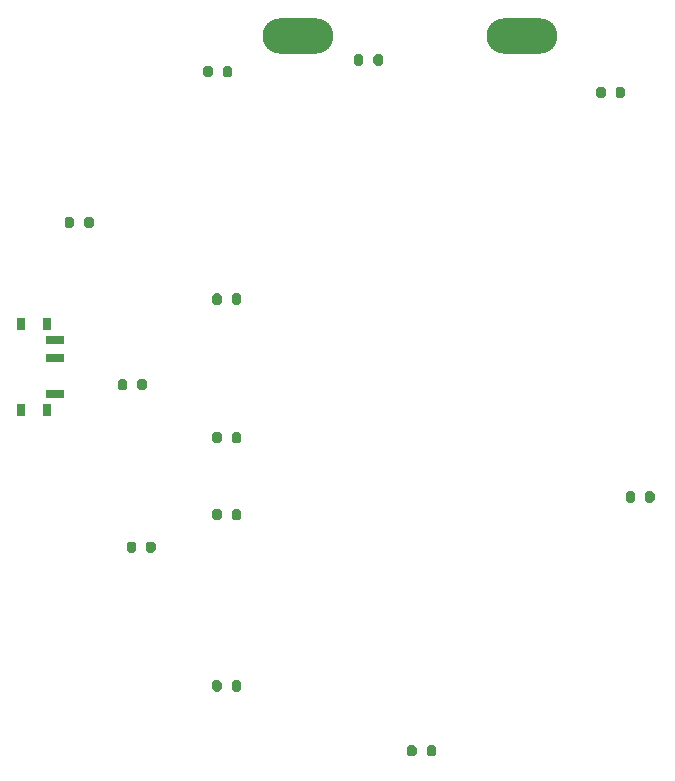
<source format=gbr>
%TF.GenerationSoftware,KiCad,Pcbnew,(5.1.10)-1*%
%TF.CreationDate,2021-10-20T07:52:33+02:00*%
%TF.ProjectId,TVZ_kuglica,54565a5f-6b75-4676-9c69-63612e6b6963,rev?*%
%TF.SameCoordinates,Original*%
%TF.FileFunction,Paste,Bot*%
%TF.FilePolarity,Positive*%
%FSLAX46Y46*%
G04 Gerber Fmt 4.6, Leading zero omitted, Abs format (unit mm)*
G04 Created by KiCad (PCBNEW (5.1.10)-1) date 2021-10-20 07:52:33*
%MOMM*%
%LPD*%
G01*
G04 APERTURE LIST*
%ADD10O,6.000000X3.000000*%
%ADD11R,1.500000X0.700000*%
%ADD12R,0.800000X1.000000*%
G04 APERTURE END LIST*
D10*
%TO.C,BT1*%
X126500000Y-71750000D03*
X145500000Y-71750000D03*
%TD*%
D11*
%TO.C,SW1*%
X105930000Y-102000000D03*
X105930000Y-99000000D03*
X105930000Y-97500000D03*
D12*
X103070000Y-103400000D03*
X103070000Y-96100000D03*
X105280000Y-96100000D03*
X105280000Y-103400000D03*
%TD*%
%TO.C,R1*%
G36*
G01*
X108425000Y-87775000D02*
X108425000Y-87225000D01*
G75*
G02*
X108625000Y-87025000I200000J0D01*
G01*
X109025000Y-87025000D01*
G75*
G02*
X109225000Y-87225000I0J-200000D01*
G01*
X109225000Y-87775000D01*
G75*
G02*
X109025000Y-87975000I-200000J0D01*
G01*
X108625000Y-87975000D01*
G75*
G02*
X108425000Y-87775000I0J200000D01*
G01*
G37*
G36*
G01*
X106775000Y-87775000D02*
X106775000Y-87225000D01*
G75*
G02*
X106975000Y-87025000I200000J0D01*
G01*
X107375000Y-87025000D01*
G75*
G02*
X107575000Y-87225000I0J-200000D01*
G01*
X107575000Y-87775000D01*
G75*
G02*
X107375000Y-87975000I-200000J0D01*
G01*
X106975000Y-87975000D01*
G75*
G02*
X106775000Y-87775000I0J200000D01*
G01*
G37*
%TD*%
%TO.C,R2*%
G36*
G01*
X118525000Y-75025000D02*
X118525000Y-74475000D01*
G75*
G02*
X118725000Y-74275000I200000J0D01*
G01*
X119125000Y-74275000D01*
G75*
G02*
X119325000Y-74475000I0J-200000D01*
G01*
X119325000Y-75025000D01*
G75*
G02*
X119125000Y-75225000I-200000J0D01*
G01*
X118725000Y-75225000D01*
G75*
G02*
X118525000Y-75025000I0J200000D01*
G01*
G37*
G36*
G01*
X120175000Y-75025000D02*
X120175000Y-74475000D01*
G75*
G02*
X120375000Y-74275000I200000J0D01*
G01*
X120775000Y-74275000D01*
G75*
G02*
X120975000Y-74475000I0J-200000D01*
G01*
X120975000Y-75025000D01*
G75*
G02*
X120775000Y-75225000I-200000J0D01*
G01*
X120375000Y-75225000D01*
G75*
G02*
X120175000Y-75025000I0J200000D01*
G01*
G37*
%TD*%
%TO.C,R3*%
G36*
G01*
X153425000Y-76775000D02*
X153425000Y-76225000D01*
G75*
G02*
X153625000Y-76025000I200000J0D01*
G01*
X154025000Y-76025000D01*
G75*
G02*
X154225000Y-76225000I0J-200000D01*
G01*
X154225000Y-76775000D01*
G75*
G02*
X154025000Y-76975000I-200000J0D01*
G01*
X153625000Y-76975000D01*
G75*
G02*
X153425000Y-76775000I0J200000D01*
G01*
G37*
G36*
G01*
X151775000Y-76775000D02*
X151775000Y-76225000D01*
G75*
G02*
X151975000Y-76025000I200000J0D01*
G01*
X152375000Y-76025000D01*
G75*
G02*
X152575000Y-76225000I0J-200000D01*
G01*
X152575000Y-76775000D01*
G75*
G02*
X152375000Y-76975000I-200000J0D01*
G01*
X151975000Y-76975000D01*
G75*
G02*
X151775000Y-76775000I0J200000D01*
G01*
G37*
%TD*%
%TO.C,R4*%
G36*
G01*
X119275000Y-112525000D02*
X119275000Y-111975000D01*
G75*
G02*
X119475000Y-111775000I200000J0D01*
G01*
X119875000Y-111775000D01*
G75*
G02*
X120075000Y-111975000I0J-200000D01*
G01*
X120075000Y-112525000D01*
G75*
G02*
X119875000Y-112725000I-200000J0D01*
G01*
X119475000Y-112725000D01*
G75*
G02*
X119275000Y-112525000I0J200000D01*
G01*
G37*
G36*
G01*
X120925000Y-112525000D02*
X120925000Y-111975000D01*
G75*
G02*
X121125000Y-111775000I200000J0D01*
G01*
X121525000Y-111775000D01*
G75*
G02*
X121725000Y-111975000I0J-200000D01*
G01*
X121725000Y-112525000D01*
G75*
G02*
X121525000Y-112725000I-200000J0D01*
G01*
X121125000Y-112725000D01*
G75*
G02*
X120925000Y-112525000I0J200000D01*
G01*
G37*
%TD*%
%TO.C,R5*%
G36*
G01*
X113675000Y-115275000D02*
X113675000Y-114725000D01*
G75*
G02*
X113875000Y-114525000I200000J0D01*
G01*
X114275000Y-114525000D01*
G75*
G02*
X114475000Y-114725000I0J-200000D01*
G01*
X114475000Y-115275000D01*
G75*
G02*
X114275000Y-115475000I-200000J0D01*
G01*
X113875000Y-115475000D01*
G75*
G02*
X113675000Y-115275000I0J200000D01*
G01*
G37*
G36*
G01*
X112025000Y-115275000D02*
X112025000Y-114725000D01*
G75*
G02*
X112225000Y-114525000I200000J0D01*
G01*
X112625000Y-114525000D01*
G75*
G02*
X112825000Y-114725000I0J-200000D01*
G01*
X112825000Y-115275000D01*
G75*
G02*
X112625000Y-115475000I-200000J0D01*
G01*
X112225000Y-115475000D01*
G75*
G02*
X112025000Y-115275000I0J200000D01*
G01*
G37*
%TD*%
%TO.C,R6*%
G36*
G01*
X111275000Y-101525000D02*
X111275000Y-100975000D01*
G75*
G02*
X111475000Y-100775000I200000J0D01*
G01*
X111875000Y-100775000D01*
G75*
G02*
X112075000Y-100975000I0J-200000D01*
G01*
X112075000Y-101525000D01*
G75*
G02*
X111875000Y-101725000I-200000J0D01*
G01*
X111475000Y-101725000D01*
G75*
G02*
X111275000Y-101525000I0J200000D01*
G01*
G37*
G36*
G01*
X112925000Y-101525000D02*
X112925000Y-100975000D01*
G75*
G02*
X113125000Y-100775000I200000J0D01*
G01*
X113525000Y-100775000D01*
G75*
G02*
X113725000Y-100975000I0J-200000D01*
G01*
X113725000Y-101525000D01*
G75*
G02*
X113525000Y-101725000I-200000J0D01*
G01*
X113125000Y-101725000D01*
G75*
G02*
X112925000Y-101525000I0J200000D01*
G01*
G37*
%TD*%
%TO.C,R7*%
G36*
G01*
X137425000Y-132525000D02*
X137425000Y-131975000D01*
G75*
G02*
X137625000Y-131775000I200000J0D01*
G01*
X138025000Y-131775000D01*
G75*
G02*
X138225000Y-131975000I0J-200000D01*
G01*
X138225000Y-132525000D01*
G75*
G02*
X138025000Y-132725000I-200000J0D01*
G01*
X137625000Y-132725000D01*
G75*
G02*
X137425000Y-132525000I0J200000D01*
G01*
G37*
G36*
G01*
X135775000Y-132525000D02*
X135775000Y-131975000D01*
G75*
G02*
X135975000Y-131775000I200000J0D01*
G01*
X136375000Y-131775000D01*
G75*
G02*
X136575000Y-131975000I0J-200000D01*
G01*
X136575000Y-132525000D01*
G75*
G02*
X136375000Y-132725000I-200000J0D01*
G01*
X135975000Y-132725000D01*
G75*
G02*
X135775000Y-132525000I0J200000D01*
G01*
G37*
%TD*%
%TO.C,R8*%
G36*
G01*
X154275000Y-111025000D02*
X154275000Y-110475000D01*
G75*
G02*
X154475000Y-110275000I200000J0D01*
G01*
X154875000Y-110275000D01*
G75*
G02*
X155075000Y-110475000I0J-200000D01*
G01*
X155075000Y-111025000D01*
G75*
G02*
X154875000Y-111225000I-200000J0D01*
G01*
X154475000Y-111225000D01*
G75*
G02*
X154275000Y-111025000I0J200000D01*
G01*
G37*
G36*
G01*
X155925000Y-111025000D02*
X155925000Y-110475000D01*
G75*
G02*
X156125000Y-110275000I200000J0D01*
G01*
X156525000Y-110275000D01*
G75*
G02*
X156725000Y-110475000I0J-200000D01*
G01*
X156725000Y-111025000D01*
G75*
G02*
X156525000Y-111225000I-200000J0D01*
G01*
X156125000Y-111225000D01*
G75*
G02*
X155925000Y-111025000I0J200000D01*
G01*
G37*
%TD*%
%TO.C,R9*%
G36*
G01*
X132925000Y-74025000D02*
X132925000Y-73475000D01*
G75*
G02*
X133125000Y-73275000I200000J0D01*
G01*
X133525000Y-73275000D01*
G75*
G02*
X133725000Y-73475000I0J-200000D01*
G01*
X133725000Y-74025000D01*
G75*
G02*
X133525000Y-74225000I-200000J0D01*
G01*
X133125000Y-74225000D01*
G75*
G02*
X132925000Y-74025000I0J200000D01*
G01*
G37*
G36*
G01*
X131275000Y-74025000D02*
X131275000Y-73475000D01*
G75*
G02*
X131475000Y-73275000I200000J0D01*
G01*
X131875000Y-73275000D01*
G75*
G02*
X132075000Y-73475000I0J-200000D01*
G01*
X132075000Y-74025000D01*
G75*
G02*
X131875000Y-74225000I-200000J0D01*
G01*
X131475000Y-74225000D01*
G75*
G02*
X131275000Y-74025000I0J200000D01*
G01*
G37*
%TD*%
%TO.C,R10*%
G36*
G01*
X119275000Y-106025000D02*
X119275000Y-105475000D01*
G75*
G02*
X119475000Y-105275000I200000J0D01*
G01*
X119875000Y-105275000D01*
G75*
G02*
X120075000Y-105475000I0J-200000D01*
G01*
X120075000Y-106025000D01*
G75*
G02*
X119875000Y-106225000I-200000J0D01*
G01*
X119475000Y-106225000D01*
G75*
G02*
X119275000Y-106025000I0J200000D01*
G01*
G37*
G36*
G01*
X120925000Y-106025000D02*
X120925000Y-105475000D01*
G75*
G02*
X121125000Y-105275000I200000J0D01*
G01*
X121525000Y-105275000D01*
G75*
G02*
X121725000Y-105475000I0J-200000D01*
G01*
X121725000Y-106025000D01*
G75*
G02*
X121525000Y-106225000I-200000J0D01*
G01*
X121125000Y-106225000D01*
G75*
G02*
X120925000Y-106025000I0J200000D01*
G01*
G37*
%TD*%
%TO.C,R11*%
G36*
G01*
X120925000Y-127025000D02*
X120925000Y-126475000D01*
G75*
G02*
X121125000Y-126275000I200000J0D01*
G01*
X121525000Y-126275000D01*
G75*
G02*
X121725000Y-126475000I0J-200000D01*
G01*
X121725000Y-127025000D01*
G75*
G02*
X121525000Y-127225000I-200000J0D01*
G01*
X121125000Y-127225000D01*
G75*
G02*
X120925000Y-127025000I0J200000D01*
G01*
G37*
G36*
G01*
X119275000Y-127025000D02*
X119275000Y-126475000D01*
G75*
G02*
X119475000Y-126275000I200000J0D01*
G01*
X119875000Y-126275000D01*
G75*
G02*
X120075000Y-126475000I0J-200000D01*
G01*
X120075000Y-127025000D01*
G75*
G02*
X119875000Y-127225000I-200000J0D01*
G01*
X119475000Y-127225000D01*
G75*
G02*
X119275000Y-127025000I0J200000D01*
G01*
G37*
%TD*%
%TO.C,R12*%
G36*
G01*
X119275000Y-94275000D02*
X119275000Y-93725000D01*
G75*
G02*
X119475000Y-93525000I200000J0D01*
G01*
X119875000Y-93525000D01*
G75*
G02*
X120075000Y-93725000I0J-200000D01*
G01*
X120075000Y-94275000D01*
G75*
G02*
X119875000Y-94475000I-200000J0D01*
G01*
X119475000Y-94475000D01*
G75*
G02*
X119275000Y-94275000I0J200000D01*
G01*
G37*
G36*
G01*
X120925000Y-94275000D02*
X120925000Y-93725000D01*
G75*
G02*
X121125000Y-93525000I200000J0D01*
G01*
X121525000Y-93525000D01*
G75*
G02*
X121725000Y-93725000I0J-200000D01*
G01*
X121725000Y-94275000D01*
G75*
G02*
X121525000Y-94475000I-200000J0D01*
G01*
X121125000Y-94475000D01*
G75*
G02*
X120925000Y-94275000I0J200000D01*
G01*
G37*
%TD*%
M02*

</source>
